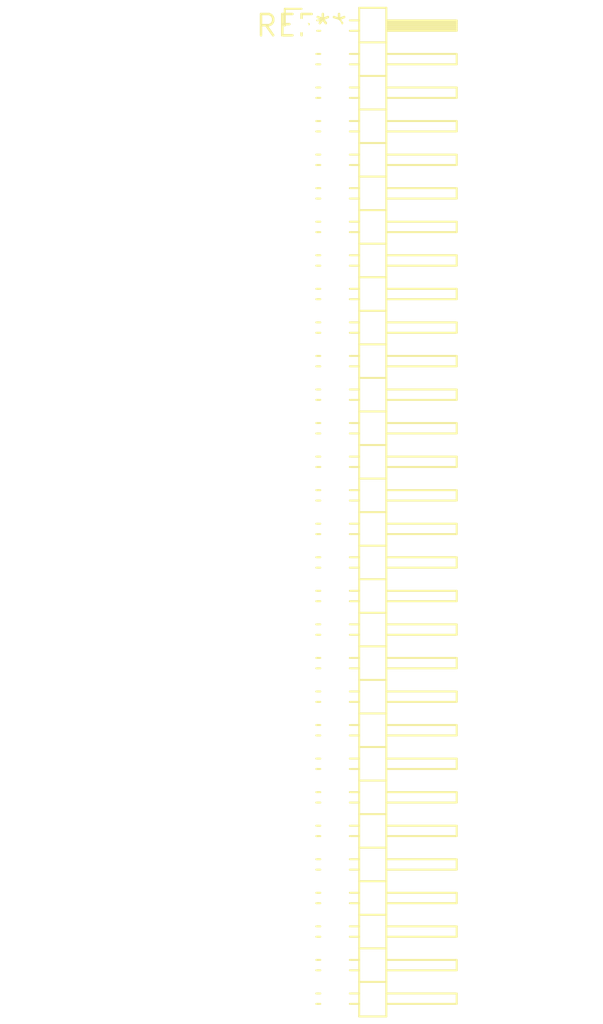
<source format=kicad_pcb>
(kicad_pcb (version 20240108) (generator pcbnew)
  (layers (0 "F.Cu" signal) (31 "B.Cu" signal) (34 "B.Paste" user) (35 "F.Paste" user) (36 "B.SilkS" user "B.Silkscreen") (37 "F.SilkS" user "F.Silkscreen") (38 "B.Mask" user) (39 "F.Mask" user) (44 "Edge.Cuts" user))
  (net 0 "")
  (footprint "PinHeader_2x30_P2.00mm_Horizontal" (layer "F.Cu") (at 0 0)
    (property "Reference" "REF**")
    (property "Value" "PinHeader_2x30_P2.00mm_Horizontal")
    (fp_line (start -1 -1) (end 0 -1) (layer "F.SilkS") (stroke (width 0.12)))
    (fp_line (start -1 0) (end -1 -1) (layer "F.SilkS") (stroke (width 0.12)))
    (fp_line (start 0.882114 1.69) (end 1.117886 1.69) (layer "F.SilkS") (stroke (width 0.12)))
    (fp_line (start 0.882114 2.31) (end 1.117886 2.31) (layer "F.SilkS") (stroke (width 0.12)))
    (fp_line (start 0.882114 3.69) (end 1.117886 3.69) (layer "F.SilkS") (stroke (width 0.12)))
    (fp_line (start 0.882114 4.31) (end 1.117886 4.31) (layer "F.SilkS") (stroke (width 0.12)))
    (fp_line (start 0.882114 5.69) (end 1.117886 5.69) (layer "F.SilkS") (stroke (width 0.12)))
    (fp_line (start 0.882114 6.31) (end 1.117886 6.31) (layer "F.SilkS") (stroke (width 0.12)))
    (fp_line (start 0.882114 7.69) (end 1.117886 7.69) (layer "F.SilkS") (stroke (width 0.12)))
    (fp_line (start 0.882114 8.31) (end 1.117886 8.31) (layer "F.SilkS") (stroke (width 0.12)))
    (fp_line (start 0.882114 9.69) (end 1.117886 9.69) (layer "F.SilkS") (stroke (width 0.12)))
    (fp_line (start 0.882114 10.31) (end 1.117886 10.31) (layer "F.SilkS") (stroke (width 0.12)))
    (fp_line (start 0.882114 11.69) (end 1.117886 11.69) (layer "F.SilkS") (stroke (width 0.12)))
    (fp_line (start 0.882114 12.31) (end 1.117886 12.31) (layer "F.SilkS") (stroke (width 0.12)))
    (fp_line (start 0.882114 13.69) (end 1.117886 13.69) (layer "F.SilkS") (stroke (width 0.12)))
    (fp_line (start 0.882114 14.31) (end 1.117886 14.31) (layer "F.SilkS") (stroke (width 0.12)))
    (fp_line (start 0.882114 15.69) (end 1.117886 15.69) (layer "F.SilkS") (stroke (width 0.12)))
    (fp_line (start 0.882114 16.31) (end 1.117886 16.31) (layer "F.SilkS") (stroke (width 0.12)))
    (fp_line (start 0.882114 17.69) (end 1.117886 17.69) (layer "F.SilkS") (stroke (width 0.12)))
    (fp_line (start 0.882114 18.31) (end 1.117886 18.31) (layer "F.SilkS") (stroke (width 0.12)))
    (fp_line (start 0.882114 19.69) (end 1.117886 19.69) (layer "F.SilkS") (stroke (width 0.12)))
    (fp_line (start 0.882114 20.31) (end 1.117886 20.31) (layer "F.SilkS") (stroke (width 0.12)))
    (fp_line (start 0.882114 21.69) (end 1.117886 21.69) (layer "F.SilkS") (stroke (width 0.12)))
    (fp_line (start 0.882114 22.31) (end 1.117886 22.31) (layer "F.SilkS") (stroke (width 0.12)))
    (fp_line (start 0.882114 23.69) (end 1.117886 23.69) (layer "F.SilkS") (stroke (width 0.12)))
    (fp_line (start 0.882114 24.31) (end 1.117886 24.31) (layer "F.SilkS") (stroke (width 0.12)))
    (fp_line (start 0.882114 25.69) (end 1.117886 25.69) (layer "F.SilkS") (stroke (width 0.12)))
    (fp_line (start 0.882114 26.31) (end 1.117886 26.31) (layer "F.SilkS") (stroke (width 0.12)))
    (fp_line (start 0.882114 27.69) (end 1.117886 27.69) (layer "F.SilkS") (stroke (width 0.12)))
    (fp_line (start 0.882114 28.31) (end 1.117886 28.31) (layer "F.SilkS") (stroke (width 0.12)))
    (fp_line (start 0.882114 29.69) (end 1.117886 29.69) (layer "F.SilkS") (stroke (width 0.12)))
    (fp_line (start 0.882114 30.31) (end 1.117886 30.31) (layer "F.SilkS") (stroke (width 0.12)))
    (fp_line (start 0.882114 31.69) (end 1.117886 31.69) (layer "F.SilkS") (stroke (width 0.12)))
    (fp_line (start 0.882114 32.31) (end 1.117886 32.31) (layer "F.SilkS") (stroke (width 0.12)))
    (fp_line (start 0.882114 33.69) (end 1.117886 33.69) (layer "F.SilkS") (stroke (width 0.12)))
    (fp_line (start 0.882114 34.31) (end 1.117886 34.31) (layer "F.SilkS") (stroke (width 0.12)))
    (fp_line (start 0.882114 35.69) (end 1.117886 35.69) (layer "F.SilkS") (stroke (width 0.12)))
    (fp_line (start 0.882114 36.31) (end 1.117886 36.31) (layer "F.SilkS") (stroke (width 0.12)))
    (fp_line (start 0.882114 37.69) (end 1.117886 37.69) (layer "F.SilkS") (stroke (width 0.12)))
    (fp_line (start 0.882114 38.31) (end 1.117886 38.31) (layer "F.SilkS") (stroke (width 0.12)))
    (fp_line (start 0.882114 39.69) (end 1.117886 39.69) (layer "F.SilkS") (stroke (width 0.12)))
    (fp_line (start 0.882114 40.31) (end 1.117886 40.31) (layer "F.SilkS") (stroke (width 0.12)))
    (fp_line (start 0.882114 41.69) (end 1.117886 41.69) (layer "F.SilkS") (stroke (width 0.12)))
    (fp_line (start 0.882114 42.31) (end 1.117886 42.31) (layer "F.SilkS") (stroke (width 0.12)))
    (fp_line (start 0.882114 43.69) (end 1.117886 43.69) (layer "F.SilkS") (stroke (width 0.12)))
    (fp_line (start 0.882114 44.31) (end 1.117886 44.31) (layer "F.SilkS") (stroke (width 0.12)))
    (fp_line (start 0.882114 45.69) (end 1.117886 45.69) (layer "F.SilkS") (stroke (width 0.12)))
    (fp_line (start 0.882114 46.31) (end 1.117886 46.31) (layer "F.SilkS") (stroke (width 0.12)))
    (fp_line (start 0.882114 47.69) (end 1.117886 47.69) (layer "F.SilkS") (stroke (width 0.12)))
    (fp_line (start 0.882114 48.31) (end 1.117886 48.31) (layer "F.SilkS") (stroke (width 0.12)))
    (fp_line (start 0.882114 49.69) (end 1.117886 49.69) (layer "F.SilkS") (stroke (width 0.12)))
    (fp_line (start 0.882114 50.31) (end 1.117886 50.31) (layer "F.SilkS") (stroke (width 0.12)))
    (fp_line (start 0.882114 51.69) (end 1.117886 51.69) (layer "F.SilkS") (stroke (width 0.12)))
    (fp_line (start 0.882114 52.31) (end 1.117886 52.31) (layer "F.SilkS") (stroke (width 0.12)))
    (fp_line (start 0.882114 53.69) (end 1.117886 53.69) (layer "F.SilkS") (stroke (width 0.12)))
    (fp_line (start 0.882114 54.31) (end 1.117886 54.31) (layer "F.SilkS") (stroke (width 0.12)))
    (fp_line (start 0.882114 55.69) (end 1.117886 55.69) (layer "F.SilkS") (stroke (width 0.12)))
    (fp_line (start 0.882114 56.31) (end 1.117886 56.31) (layer "F.SilkS") (stroke (width 0.12)))
    (fp_line (start 0.882114 57.69) (end 1.117886 57.69) (layer "F.SilkS") (stroke (width 0.12)))
    (fp_line (start 0.882114 58.31) (end 1.117886 58.31) (layer "F.SilkS") (stroke (width 0.12)))
    (fp_line (start 0.935 -0.31) (end 1.117886 -0.31) (layer "F.SilkS") (stroke (width 0.12)))
    (fp_line (start 0.935 0.31) (end 1.117886 0.31) (layer "F.SilkS") (stroke (width 0.12)))
    (fp_line (start 2.882114 -0.31) (end 3.44 -0.31) (layer "F.SilkS") (stroke (width 0.12)))
    (fp_line (start 2.882114 0.31) (end 3.44 0.31) (layer "F.SilkS") (stroke (width 0.12)))
    (fp_line (start 2.882114 1.69) (end 3.44 1.69) (layer "F.SilkS") (stroke (width 0.12)))
    (fp_line (start 2.882114 2.31) (end 3.44 2.31) (layer "F.SilkS") (stroke (width 0.12)))
    (fp_line (start 2.882114 3.69) (end 3.44 3.69) (layer "F.SilkS") (stroke (width 0.12)))
    (fp_line (start 2.882114 4.31) (end 3.44 4.31) (layer "F.SilkS") (stroke (width 0.12)))
    (fp_line (start 2.882114 5.69) (end 3.44 5.69) (layer "F.SilkS") (stroke (width 0.12)))
    (fp_line (start 2.882114 6.31) (end 3.44 6.31) (layer "F.SilkS") (stroke (width 0.12)))
    (fp_line (start 2.882114 7.69) (end 3.44 7.69) (layer "F.SilkS") (stroke (width 0.12)))
    (fp_line (start 2.882114 8.31) (end 3.44 8.31) (layer "F.SilkS") (stroke (width 0.12)))
    (fp_line (start 2.882114 9.69) (end 3.44 9.69) (layer "F.SilkS") (stroke (width 0.12)))
    (fp_line (start 2.882114 10.31) (end 3.44 10.31) (layer "F.SilkS") (stroke (width 0.12)))
    (fp_line (start 2.882114 11.69) (end 3.44 11.69) (layer "F.SilkS") (stroke (width 0.12)))
    (fp_line (start 2.882114 12.31) (end 3.44 12.31) (layer "F.SilkS") (stroke (width 0.12)))
    (fp_line (start 2.882114 13.69) (end 3.44 13.69) (layer "F.SilkS") (stroke (width 0.12)))
    (fp_line (start 2.882114 14.31) (end 3.44 14.31) (layer "F.SilkS") (stroke (width 0.12)))
    (fp_line (start 2.882114 15.69) (end 3.44 15.69) (layer "F.SilkS") (stroke (width 0.12)))
    (fp_line (start 2.882114 16.31) (end 3.44 16.31) (layer "F.SilkS") (stroke (width 0.12)))
    (fp_line (start 2.882114 17.69) (end 3.44 17.69) (layer "F.SilkS") (stroke (width 0.12)))
    (fp_line (start 2.882114 18.31) (end 3.44 18.31) (layer "F.SilkS") (stroke (width 0.12)))
    (fp_line (start 2.882114 19.69) (end 3.44 19.69) (layer "F.SilkS") (stroke (width 0.12)))
    (fp_line (start 2.882114 20.31) (end 3.44 20.31) (layer "F.SilkS") (stroke (width 0.12)))
    (fp_line (start 2.882114 21.69) (end 3.44 21.69) (layer "F.SilkS") (stroke (width 0.12)))
    (fp_line (start 2.882114 22.31) (end 3.44 22.31) (layer "F.SilkS") (stroke (width 0.12)))
    (fp_line (start 2.882114 23.69) (end 3.44 23.69) (layer "F.SilkS") (stroke (width 0.12)))
    (fp_line (start 2.882114 24.31) (end 3.44 24.31) (layer "F.SilkS") (stroke (width 0.12)))
    (fp_line (start 2.882114 25.69) (end 3.44 25.69) (layer "F.SilkS") (stroke (width 0.12)))
    (fp_line (start 2.882114 26.31) (end 3.44 26.31) (layer "F.SilkS") (stroke (width 0.12)))
    (fp_line (start 2.882114 27.69) (end 3.44 27.69) (layer "F.SilkS") (stroke (width 0.12)))
    (fp_line (start 2.882114 28.31) (end 3.44 28.31) (layer "F.SilkS") (stroke (width 0.12)))
    (fp_line (start 2.882114 29.69) (end 3.44 29.69) (layer "F.SilkS") (stroke (width 0.12)))
    (fp_line (start 2.882114 30.31) (end 3.44 30.31) (layer "F.SilkS") (stroke (width 0.12)))
    (fp_line (start 2.882114 31.69) (end 3.44 31.69) (layer "F.SilkS") (stroke (width 0.12)))
    (fp_line (start 2.882114 32.31) (end 3.44 32.31) (layer "F.SilkS") (stroke (width 0.12)))
    (fp_line (start 2.882114 33.69) (end 3.44 33.69) (layer "F.SilkS") (stroke (width 0.12)))
    (fp_line (start 2.882114 34.31) (end 3.44 34.31) (layer "F.SilkS") (stroke (width 0.12)))
    (fp_line (start 2.882114 35.69) (end 3.44 35.69) (layer "F.SilkS") (stroke (width 0.12)))
    (fp_line (start 2.882114 36.31) (end 3.44 36.31) (layer "F.SilkS") (stroke (width 0.12)))
    (fp_line (start 2.882114 37.69) (end 3.44 37.69) (layer "F.SilkS") (stroke (width 0.12)))
    (fp_line (start 2.882114 38.31) (end 3.44 38.31) (layer "F.SilkS") (stroke (width 0.12)))
    (fp_line (start 2.882114 39.69) (end 3.44 39.69) (layer "F.SilkS") (stroke (width 0.12)))
    (fp_line (start 2.882114 40.31) (end 3.44 40.31) (layer "F.SilkS") (stroke (width 0.12)))
    (fp_line (start 2.882114 41.69) (end 3.44 41.69) (layer "F.SilkS") (stroke (width 0.12)))
    (fp_line (start 2.882114 42.31) (end 3.44 42.31) (layer "F.SilkS") (stroke (width 0.12)))
    (fp_line (start 2.882114 43.69) (end 3.44 43.69) (layer "F.SilkS") (stroke (width 0.12)))
    (fp_line (start 2.882114 44.31) (end 3.44 44.31) (layer "F.SilkS") (stroke (width 0.12)))
    (fp_line (start 2.882114 45.69) (end 3.44 45.69) (layer "F.SilkS") (stroke (width 0.12)))
    (fp_line (start 2.882114 46.31) (end 3.44 46.31) (layer "F.SilkS") (stroke (width 0.12)))
    (fp_line (start 2.882114 47.69) (end 3.44 47.69) (layer "F.SilkS") (stroke (width 0.12)))
    (fp_line (start 2.882114 48.31) (end 3.44 48.31) (layer "F.SilkS") (stroke (width 0.12)))
    (fp_line (start 2.882114 49.69) (end 3.44 49.69) (layer "F.SilkS") (stroke (width 0.12)))
    (fp_line (start 2.882114 50.31) (end 3.44 50.31) (layer "F.SilkS") (stroke (width 0.12)))
    (fp_line (start 2.882114 51.69) (end 3.44 51.69) (layer "F.SilkS") (stroke (width 0.12)))
    (fp_line (start 2.882114 52.31) (end 3.44 52.31) (layer "F.SilkS") (stroke (width 0.12)))
    (fp_line (start 2.882114 53.69) (end 3.44 53.69) (layer "F.SilkS") (stroke (width 0.12)))
    (fp_line (start 2.882114 54.31) (end 3.44 54.31) (layer "F.SilkS") (stroke (width 0.12)))
    (fp_line (start 2.882114 55.69) (end 3.44 55.69) (layer "F.SilkS") (stroke (width 0.12)))
    (fp_line (start 2.882114 56.31) (end 3.44 56.31) (layer "F.SilkS") (stroke (width 0.12)))
    (fp_line (start 2.882114 57.69) (end 3.44 57.69) (layer "F.SilkS") (stroke (width 0.12)))
    (fp_line (start 2.882114 58.31) (end 3.44 58.31) (layer "F.SilkS") (stroke (width 0.12)))
    (fp_line (start 3.44 -1.06) (end 3.44 59.06) (layer "F.SilkS") (stroke (width 0.12)))
    (fp_line (start 3.44 1) (end 5.06 1) (layer "F.SilkS") (stroke (width 0.12)))
    (fp_line (start 3.44 3) (end 5.06 3) (layer "F.SilkS") (stroke (width 0.12)))
    (fp_line (start 3.44 5) (end 5.06 5) (layer "F.SilkS") (stroke (width 0.12)))
    (fp_line (start 3.44 7) (end 5.06 7) (layer "F.SilkS") (stroke (width 0.12)))
    (fp_line (start 3.44 9) (end 5.06 9) (layer "F.SilkS") (stroke (width 0.12)))
    (fp_line (start 3.44 11) (end 5.06 11) (layer "F.SilkS") (stroke (width 0.12)))
    (fp_line (start 3.44 13) (end 5.06 13) (layer "F.SilkS") (stroke (width 0.12)))
    (fp_line (start 3.44 15) (end 5.06 15) (layer "F.SilkS") (stroke (width 0.12)))
    (fp_line (start 3.44 17) (end 5.06 17) (layer "F.SilkS") (stroke (width 0.12)))
    (fp_line (start 3.44 19) (end 5.06 19) (layer "F.SilkS") (stroke (width 0.12)))
    (fp_line (start 3.44 21) (end 5.06 21) (layer "F.SilkS") (stroke (width 0.12)))
    (fp_line (start 3.44 23) (end 5.06 23) (layer "F.SilkS") (stroke (width 0.12)))
    (fp_line (start 3.44 25) (end 5.06 25) (layer "F.SilkS") (stroke (width 0.12)))
    (fp_line (start 3.44 27) (end 5.06 27) (layer "F.SilkS") (stroke (width 0.12)))
    (fp_line (start 3.44 29) (end 5.06 29) (layer "F.SilkS") (stroke (width 0.12)))
    (fp_line (start 3.44 31) (end 5.06 31) (layer "F.SilkS") (stroke (width 0.12)))
    (fp_line (start 3.44 33) (end 5.06 33) (layer "F.SilkS") (stroke (width 0.12)))
    (fp_line (start 3.44 35) (end 5.06 35) (layer "F.SilkS") (stroke (width 0.12)))
    (fp_line (start 3.44 37) (end 5.06 37) (layer "F.SilkS") (stroke (width 0.12)))
    (fp_line (start 3.44 39) (end 5.06 39) (layer "F.SilkS") (stroke (width 0.12)))
    (fp_line (start 3.44 41) (end 5.06 41) (layer "F.SilkS") (stroke (width 0.12)))
    (fp_line (start 3.44 43) (end 5.06 43) (layer "F.SilkS") (stroke (width 0.12)))
    (fp_line (start 3.44 45) (end 5.06 45) (layer "F.SilkS") (stroke (width 0.12)))
    (fp_line (start 3.44 47) (end 5.06 47) (layer "F.SilkS") (stroke (width 0.12)))
    (fp_line (start 3.44 49) (end 5.06 49) (layer "F.SilkS") (stroke (width 0.12)))
    (fp_line (start 3.44 51) (end 5.06 51) (layer "F.SilkS") (stroke (width 0.12)))
    (fp_line (start 3.44 53) (end 5.06 53) (layer "F.SilkS") (stroke (width 0.12)))
    (fp_line (start 3.44 55) (end 5.06 55) (layer "F.SilkS") (stroke (width 0.12)))
    (fp_line (start 3.44 57) (end 5.06 57) (layer "F.SilkS") (stroke (width 0.12)))
    (fp_line (start 3.44 59.06) (end 5.06 59.06) (layer "F.SilkS") (stroke (width 0.12)))
    (fp_line (start 5.06 -1.06) (end 3.44 -1.06) (layer "F.SilkS") (stroke (width 0.12)))
    (fp_line (start 5.06 -0.31) (end 9.26 -0.31) (layer "F.SilkS") (stroke (width 0.12)))
    (fp_line (start 5.06 -0.25) (end 9.26 -0.25) (layer "F.SilkS") (stroke (width 0.12)))
    (fp_line (start 5.06 -0.13) (end 9.26 -0.13) (layer "F.SilkS") (stroke (width 0.12)))
    (fp_line (start 5.06 -0.01) (end 9.26 -0.01) (layer "F.SilkS") (stroke (width 0.12)))
    (fp_line (start 5.06 0.11) (end 9.26 0.11) (layer "F.SilkS") (stroke (width 0.12)))
    (fp_line (start 5.06 0.23) (end 9.26 0.23) (layer "F.SilkS") (stroke (width 0.12)))
    (fp_line (start 5.06 1.69) (end 9.26 1.69) (layer "F.SilkS") (stroke (width 0.12)))
    (fp_line (start 5.06 3.69) (end 9.26 3.69) (layer "F.SilkS") (stroke (width 0.12)))
    (fp_line (start 5.06 5.69) (end 9.26 5.69) (layer "F.SilkS") (stroke (width 0.12)))
    (fp_line (start 5.06 7.69) (end 9.26 7.69) (layer "F.SilkS") (stroke (width 0.12)))
    (fp_line (start 5.06 9.69) (end 9.26 9.69) (layer "F.SilkS") (stroke (width 0.12)))
    (fp_line (start 5.06 11.69) (end 9.26 11.69) (layer "F.SilkS") (stroke (width 0.12)))
    (fp_line (start 5.06 13.69) (end 9.26 13.69) (layer "F.SilkS") (stroke (width 0.12)))
    (fp_line (start 5.06 15.69) (end 9.26 15.69) (layer "F.SilkS") (stroke (width 0.12)))
    (fp_line (start 5.06 17.69) (end 9.26 17.69) (layer "F.SilkS") (stroke (width 0.12)))
    (fp_line (start 5.06 19.69) (end 9.26 19.69) (layer "F.SilkS") (stroke (width 0.12)))
    (fp_line (start 5.06 21.69) (end 9.26 21.69) (layer "F.SilkS") (stroke (width 0.12)))
    (fp_line (start 5.06 23.69) (end 9.26 23.69) (layer "F.SilkS") (stroke (width 0.12)))
    (fp_line (start 5.06 25.69) (end 9.26 25.69) (layer "F.SilkS") (stroke (width 0.12)))
    (fp_line (start 5.06 27.69) (end 9.26 27.69) (layer "F.SilkS") (stroke (width 0.12)))
    (fp_line (start 5.06 29.69) (end 9.26 29.69) (layer "F.SilkS") (stroke (width 0.12)))
    (fp_line (start 5.06 31.69) (end 9.26 31.69) (layer "F.SilkS") (stroke (width 0.12)))
    (fp_line (start 5.06 33.69) (end 9.26 33.69) (layer "F.SilkS") (stroke (width 0.12)))
    (fp_line (start 5.06 35.69) (end 9.26 35.69) (layer "F.SilkS") (stroke (width 0.12)))
    (fp_line (start 5.06 37.69) (end 9.26 37.69) (layer "F.SilkS") (stroke (width 0.12)))
    (fp_line (start 5.06 39.69) (end 9.26 39.69) (layer "F.SilkS") (stroke (width 0.12)))
    (fp_line (start 5.06 41.69) (end 9.26 41.69) (layer "F.SilkS") (stroke (width 0.12)))
    (fp_line (start 5.06 43.69) (end 9.26 43.69) (layer "F.SilkS") (stroke (width 0.12)))
    (fp_line (start 5.06 45.69) (end 9.26 45.69) (layer "F.SilkS") (stroke (width 0.12)))
    (fp_line (start 5.06 47.69) (end 9.26 47.69) (layer "F.SilkS") (stroke (width 0.12)))
    (fp_line (start 5.06 49.69) (end 9.26 49.69) (layer "F.SilkS") (stroke (width 0.12)))
    (fp_line (start 5.06 51.69) (end 9.26 51.69) (layer "F.SilkS") (stroke (width 0.12)))
    (fp_line (start 5.06 53.69) (end 9.26 53.69) (layer "F.SilkS") (stroke (width 0.12)))
    (fp_line (start 5.06 55.69) (end 9.26 55.69) (layer "F.SilkS") (stroke (width 0.12)))
    (fp_line (start 5.06 57.69) (end 9.26 57.69) (layer "F.SilkS") (stroke (width 0.12)))
    (fp_line (start 5.06 59.06) (end 5.06 -1.06) (layer "F.SilkS") (stroke (width 0.12)))
    (fp_line (start 9.26 -0.31) (end 9.26 0.31) (layer "F.SilkS") (stroke (width 0.12)))
    (fp_line (start 9.26 0.31) (end 5.06 0.31) (layer "F.SilkS") (stroke (width 0.12)))
    (fp_line (start 9.26 1.69) (end 9.26 2.31) (layer "F.SilkS") (stroke (width 0.12)))
    (fp_line (start 9.26 2.31) (end 5.06 2.31) (layer "F.SilkS") (stroke (width 0.12)))
    (fp_line (start 9.26 3.69) (end 9.26 4.31) (layer "F.SilkS") (stroke (width 0.12)))
    (fp_line (start 9.26 4.31) (end 5.06 4.31) (layer "F.SilkS") (stroke (width 0.12)))
    (fp_line (start 9.26 5.69) (end 9.26 6.31) (layer "F.SilkS") (stroke (width 0.12)))
    (fp_line (start 9.26 6.31) (end 5.06 6.31) (layer "F.SilkS") (stroke (width 0.12)))
    (fp_line (start 9.26 7.69) (end 9.26 8.31) (layer "F.SilkS") (stroke (width 0.12)))
    (fp_line (start 9.26 8.31) (end 5.06 8.31) (layer "F.SilkS") (stroke (width 0.12)))
    (fp_line (start 9.26 9.69) (end 9.26 10.31) (layer "F.SilkS") (stroke (width 0.12)))
    (fp_line (start 9.26 10.31) (end 5.06 10.31) (layer "F.SilkS") (stroke (width 0.12)))
    (fp_line (start 9.26 11.69) (end 9.26 12.31) (layer "F.SilkS") (stroke (width 0.12)))
    (fp_line (start 9.26 12.31) (end 5.06 12.31) (layer "F.SilkS") (stroke (width 0.12)))
    (fp_line (start 9.26 13.69) (end 9.26 14.31) (layer "F.SilkS") (stroke (width 0.12)))
    (fp_line (start 9.26 14.31) (end 5.06 14.31) (layer "F.SilkS") (stroke (width 0.12)))
    (fp_line (start 9.26 15.69) (end 9.26 16.31) (layer "F.SilkS") (stroke (width 0.12)))
    (fp_line (start 9.26 16.31) (end 5.06 16.31) (layer "F.SilkS") (stroke (width 0.12)))
    (fp_line (start 9.26 17.69) (end 9.26 18.31) (layer "F.SilkS") (stroke (width 0.12)))
    (fp_line (start 9.26 18.31) (end 5.06 18.31) (layer "F.SilkS") (stroke (width 0.12)))
    (fp_line (start 9.26 19.69) (end 9.26 20.31) (layer "F.SilkS") (stroke (width 0.12)))
    (fp_line (start 9.26 20.31) (end 5.06 20.31) (layer "F.SilkS") (stroke (width 0.12)))
    (fp_line (start 9.26 21.69) (end 9.26 22.31) (layer "F.SilkS") (stroke (width 0.12)))
    (fp_line (start 9.26 22.31) (end 5.06 22.31) (layer "F.SilkS") (stroke (width 0.12)))
    (fp_line (start 9.26 23.69) (end 9.26 24.31) (layer "F.SilkS") (stroke (width 0.12)))
    (fp_line (start 9.26 24.31) (end 5.06 24.31) (layer "F.SilkS") (stroke (width 0.12)))
    (fp_line (start 9.26 25.69) (end 9.26 26.31) (layer "F.SilkS") (stroke (width 0.12)))
    (fp_line (start 9.26 26.31) (end 5.06 26.31) (layer "F.SilkS") (stroke (width 0.12)))
    (fp_line (start 9.26 27.69) (end 9.26 28.31) (layer "F.SilkS") (stroke (width 0.12)))
    (fp_line (start 9.26 28.31) (end 5.06 28.31) (layer "F.SilkS") (stroke (width 0.12)))
    (fp_line (start 9.26 29.69) (end 9.26 30.31) (layer "F.SilkS") (stroke (width 0.12)))
    (fp_line (start 9.26 30.31) (end 5.06 30.31) (layer "F.SilkS") (stroke (width 0.12)))
    (fp_line (start 9.26 31.69) (end 9.26 32.31) (layer "F.SilkS") (stroke (width 0.12)))
    (fp_line (start 9.26 32.31) (end 5.06 32.31) (layer "F.SilkS") (stroke (width 0.12)))
    (fp_line (start 9.26 33.69) (end 9.26 34.31) (layer "F.SilkS") (stroke (width 0.12)))
    (fp_line (start 9.26 34.31) (end 5.06 34.31) (layer "F.SilkS") (stroke (width 0.12)))
    (fp_line (start 9.26 35.69) (end 9.26 36.31) (layer "F.SilkS") (stroke (width 0.12)))
    (fp_line (start 9.26 36.31) (end 5.06 36.31) (layer "F.SilkS") (stroke (width 0.12)))
    (fp_line (start 9.26 37.69) (end 9.26 38.31) (layer "F.SilkS") (stroke (width 0.12)))
    (fp_line (start 9.26 38.31) (end 5.06 38.31) (layer "F.SilkS") (stroke (width 0.12)))
    (fp_line (start 9.26 39.69) (end 9.26 40.31) (layer "F.SilkS") (stroke (width 0.12)))
    (fp_line (start 9.26 40.31) (end 5.06 40.31) (layer "F.SilkS") (stroke (width 0.12)))
    (fp_line (start 9.26 41.69) (end 9.26 42.31) (layer "F.SilkS") (stroke (width 0.12)))
    (fp_line (start 9.26 42.31) (end 5.06 42.31) (layer "F.SilkS") (stroke (width 0.12)))
    (fp_line (start 9.26 43.69) (end 9.26 44.31) (layer "F.SilkS") (stroke (width 0.12)))
    (fp_line (start 9.26 44.31) (end 5.06 44.31) (layer "F.SilkS") (stroke (width 0.12)))
    (fp_line (start 9.26 45.69) (end 9.26 46.31) (layer "F.SilkS") (stroke (width 0.12)))
    (fp_line (start 9.26 46.31) (end 5.06 46.31) (layer "F.SilkS") (stroke (width 0.12)))
    (fp_line (start 9.26 47.69) (end 9.26 48.31) (layer "F.SilkS") (stroke (width 0.12)))
    (fp_line (start 9.26 48.31) (end 5.06 48.31) (layer "F.SilkS") (stroke (width 0.12)))
    (fp_line (start 9.26 49.69) (end 9.26 50.31) (layer "F.SilkS") (stroke (width 0.12)))
    (fp_line (start 9.26 50.31) (end 5.06 50.31) (layer "F.SilkS") (stroke (width 0.12)))
    (fp_line (start 9.26 51.69) (end 9.26 52.31) (layer "F.SilkS") (stroke (width 0.12)))
    (fp_line (start 9.26 52.31) (end 5.06 52.31) (layer "F.SilkS") (stroke (width 0.12)))
    (fp_line (start 9.26 53.69) (end 9.26 54.31) (layer "F.SilkS") (stroke (width 0.12)))
    (fp_line (start 9.26 54.31) (end 5.06 54.31) (layer "F.SilkS") (stroke (width 0.12)))
    (fp_line (start 9.26 55.69) (end 9.26 56.31) (layer "F.SilkS") (stroke (width 0.12)))
    (fp_line (start 9.26 56.31) (end 5.06 56.31) (layer "F.SilkS") (stroke (width 0.12)))
    (fp_line (start 9.26 57.69) (end 9.26 58.31) (layer "F.SilkS") (stroke (width 0.12)))
    (fp_line (start 9.26 58.31) (end 5.06 58.31) (layer "F.SilkS") (stroke (width 0.12)))
    (pad "1" thru_hole rect (at 0 0) (size 1.35 1.35) (drill 0.8) (layers *.Cu *.Mask) (remove_unused_layers))
    (pad "2" thru_hole oval (at 2 0) (size 1.35 1.35) (drill 0.8) (layers *.Cu *.Mask) (remove_unused_layers))
    (pad "3" thru_hole oval (at 0 2) (size 1.35 1.35) (drill 0.8) (layers *.Cu *.Mask) (remove_unused_layers))
    (pad "4" thru_hole oval (at 2 2) (size 1.35 1.35) (drill 0.8) (layers *.Cu *.Mask) (remove_unused_layers))
    (pad "5" thru_hole oval (at 0 4) (size 1.35 1.35) (drill 0.8) (layers *.Cu *.Mask) (remove_unused_layers))
    (pad "6" thru_hole oval (at 2 4) (size 1.35 1.35) (drill 0.8) (layers *.Cu *.Mask) (remove_unused_layers))
    (pad "7" thru_hole oval (at 0 6) (size 1.35 1.35) (drill 0.8) (layers *.Cu *.Mask) (remove_unused_layers))
    (pad "8" thru_hole oval (at 2 6) (size 1.35 1.35) (drill 0.8) (layers *.Cu *.Mask) (remove_unused_layers))
    (pad "9" thru_hole oval (at 0 8) (size 1.35 1.35) (drill 0.8) (layers *.Cu *.Mask) (remove_unused_layers))
    (pad "10" thru_hole oval (at 2 8) (size 1.35 1.35) (drill 0.8) (layers *.Cu *.Mask) (remove_unused_layers))
    (pad "11" thru_hole oval (at 0 10) (size 1.35 1.35) (drill 0.8) (layers *.Cu *.Mask) (remove_unused_layers))
    (pad "12" thru_hole oval (at 2 10) (size 1.35 1.35) (drill 0.8) (layers *.Cu *.Mask) (remove_unused_layers))
    (pad "13" thru_hole oval (at 0 12) (size 1.35 1.35) (drill 0.8) (layers *.Cu *.Mask) (remove_unused_layers))
    (pad "14" thru_hole oval (at 2 12) (size 1.35 1.35) (drill 0.8) (layers *.Cu *.Mask) (remove_unused_layers))
    (pad "15" thru_hole oval (at 0 14) (size 1.35 1.35) (drill 0.8) (layers *.Cu *.Mask) (remove_unused_layers))
    (pad "16" thru_hole oval (at 2 14) (size 1.35 1.35) (drill 0.8) (layers *.Cu *.Mask) (remove_unused_layers))
    (pad "17" thru_hole oval (at 0 16) (size 1.35 1.35) (drill 0.8) (layers *.Cu *.Mask) (remove_unused_layers))
    (pad "18" thru_hole oval (at 2 16) (size 1.35 1.35) (drill 0.8) (layers *.Cu *.Mask) (remove_unused_layers))
    (pad "19" thru_hole oval (at 0 18) (size 1.35 1.35) (drill 0.8) (layers *.Cu *.Mask) (remove_unused_layers))
    (pad "20" thru_hole oval (at 2 18) (size 1.35 1.35) (drill 0.8) (layers *.Cu *.Mask) (remove_unused_layers))
    (pad "21" thru_hole oval (at 0 20) (size 1.35 1.35) (drill 0.8) (layers *.Cu *.Mask) (remove_unused_layers))
    (pad "22" thru_hole oval (at 2 20) (size 1.35 1.35) (drill 0.8) (layers *.Cu *.Mask) (remove_unused_layers))
    (pad "23" thru_hole oval (at 0 22) (size 1.35 1.35) (drill 0.8) (layers *.Cu *.Mask) (remove_unused_layers))
    (pad "24" thru_hole oval (at 2 22) (size 1.35 1.35) (drill 0.8) (layers *.Cu *.Mask) (remove_unused_layers))
    (pad "25" thru_hole oval (at 0 24) (size 1.35 1.35) (drill 0.8) (layers *.Cu *.Mask) (remove_unused_layers))
    (pad "26" thru_hole oval (at 2 24) (size 1.35 1.35) (drill 0.8) (layers *.Cu *.Mask) (remove_unused_layers))
    (pad "27" thru_hole oval (at 0 26) (size 1.35 1.35) (drill 0.8) (layers *.Cu *.Mask) (remove_unused_layers))
    (pad "28" thru_hole oval (at 2 26) (size 1.35 1.35) (drill 0.8) (layers *.Cu *.Mask) (remove_unused_layers))
    (pad "29" thru_hole oval (at 0 28) (size 1.35 1.35) (drill 0.8) (layers *.Cu *.Mask) (remove_unused_layers))
    (pad "30" thru_hole oval (at 2 28) (size 1.35 1.35) (drill 0.8) (layers *.Cu *.Mask) (remove_unused_layers))
    (pad "31" thru_hole oval (at 0 30) (size 1.35 1.35) (drill 0.8) (layers *.Cu *.Mask) (remove_unused_layers))
    (pad "32" thru_hole oval (at 2 30) (size 1.35 1.35) (drill 0.8) (layers *.Cu *.Mask) (remove_unused_layers))
    (pad "33" thru_hole oval (at 0 32) (size 1.35 1.35) (drill 0.8) (layers *.Cu *.Mask) (remove_unused_layers))
    (pad "34" thru_hole oval (at 2 32) (size 1.35 1.35) (drill 0.8) (layers *.Cu *.Mask) (remove_unused_layers))
    (pad "35" thru_hole oval (at 0 34) (size 1.35 1.35) (drill 0.8) (layers *.Cu *.Mask) (remove_unused_layers))
    (pad "36" thru_hole oval (at 2 34) (size 1.35 1.35) (drill 0.8) (layers *.Cu *.Mask) (remove_unused_layers))
    (pad "37" thru_hole oval (at 0 36) (size 1.35 1.35) (drill 0.8) (layers *.Cu *.Mask) (remove_unused_layers))
    (pad "38" thru_hole oval (at 2 36) (size 1.35 1.35) (drill 0.8) (layers *.Cu *.Mask) (remove_unused_layers))
    (pad "39" thru_hole oval (at 0 38) (size 1.35 1.35) (drill 0.8) (layers *.Cu *.Mask) (remove_unused_layers))
    (pad "40" thru_hole oval (at 2 38) (size 1.35 1.35) (drill 0.8) (layers *.Cu *.Mask) (remove_unused_layers))
    (pad "41" thru_hole oval (at 0 40) (size 1.35 1.35) (drill 0.8) (layers *.Cu *.Mask) (remove_unused_layers))
    (pad "42" thru_hole oval (at 2 40) (size 1.35 1.35) (drill 0.8) (layers *.Cu *.Mask) (remove_unused_layers))
    (pad "43" thru_hole oval (at 0 42) (size 1.35 1.35) (drill 0.8) (layers *.Cu *.Mask) (remove_unused_layers))
    (pad "44" thru_hole oval (at 2 42) (size 1.35 1.35) (drill 0.8) (layers *.Cu *.Mask) (remove_unused_layers))
    (pad "45" thru_hole oval (at 0 44) (size 1.35 1.35) (drill 0.8) (layers *.Cu *.Mask) (remove_unused_layers))
    (pad "46" thru_hole oval (at 2 44) (size 1.35 1.35) (drill 0.8) (layers *.Cu *.Mask) (remove_unused_layers))
    (pad "47" thru_hole oval (at 0 46) (size 1.35 1.35) (drill 0.8) (layers *.Cu *.Mask) (remove_unused_layers))
    (pad "48" thru_hole oval (at 2 46) (size 1.35 1.35) (drill 0.8) (layers *.Cu *.Mask) (remove_unused_layers))
    (pad "49" thru_hole oval (at 0 48) (size 1.35 1.35) (drill 0.8) (layers *.Cu *.Mask) (remove_unused_layers))
    (pad "50" thru_hole oval (at 2 48) (size 1.35 1.35) (drill 0.8) (layers *.Cu *.Mask) (remove_unused_layers))
    (pad "51" thru_hole oval (at 0 50) (size 1.35 1.35) (drill 0.8) (layers *.Cu *.Mask) (remove_unused_layers))
    (pad "52" thru_hole oval (at 2 50) (size 1.35 1.35) (drill 0.8) (layers *.Cu *.Mask) (remove_unused_layers))
    (pad "53" thru_hole oval (at 0 52) (size 1.35 1.35) (drill 0.8) (layers *.Cu *.Mask) (remove_unused_layers))
    (pad "54" thru_hole oval (at 2 52) (size 1.35 1.35) (drill 0.8) (layers *.Cu *.Mask) (remove_unused_layers))
    (pad "55" thru_hole oval (at 0 54) (size 1.35 1.35) (drill 0.8) (layers *.Cu *.Mask) (remove_unused_layers))
    (pad "56" thru_hole oval (at 2 54) (size 1.35 1.35) (drill 0.8) (layers *.Cu *.Mask) (remove_unused_layers))
    (pad "57" thru_hole oval (at 0 56) (size 1.35 1.35) (drill 0.8) (layers *.Cu *.Mask) (remove_unused_layers))
    (pad "58" thru_hole oval (at 2 56) (size 1.35 1.35) (drill 0.8) (layers *.Cu *.Mask) (remove_unused_layers))
    (pad "59" thru_hole oval (at 0 58) (size 1.35 1.35) (drill 0.8) (layers *.Cu *.Mask) (remove_unused_layers))
    (pad "60" thru_hole oval (at 2 58) (size 1.35 1.35) (drill 0.8) (layers *.Cu *.Mask) (remove_unused_layers))
  )
)
</source>
